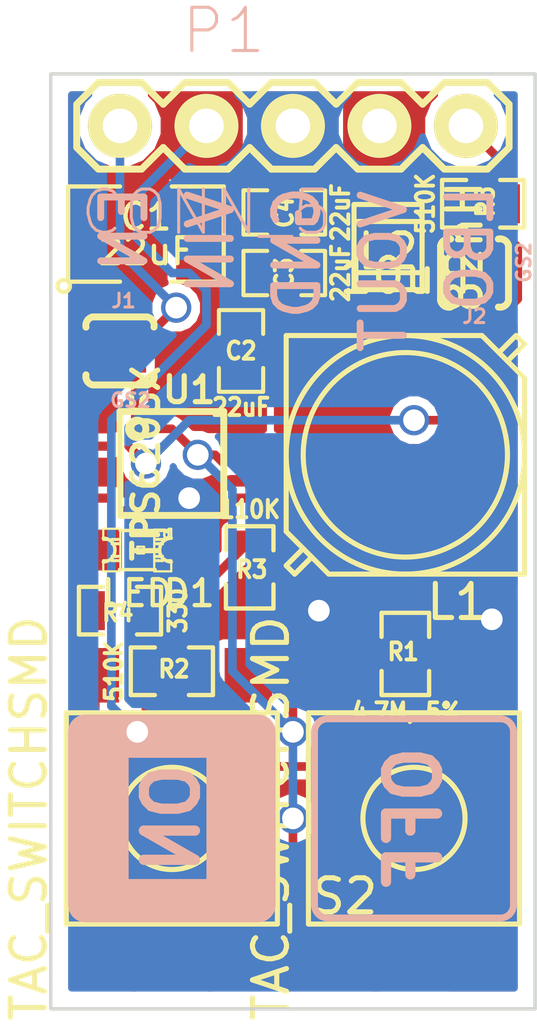
<source format=kicad_pcb>
(kicad_pcb (version 3) (host pcbnew "(2013-07-07 BZR 4022)-stable")

  (general
    (links 42)
    (no_connects 5)
    (area 117.145 48.34255 133.01345 79.941222)
    (thickness 1.6)
    (drawings 21)
    (tracks 124)
    (zones 0)
    (modules 18)
    (nets 10)
  )

  (page A3)
  (layers
    (15 F.Cu signal)
    (0 B.Cu signal)
    (16 B.Adhes user hide)
    (17 F.Adhes user hide)
    (18 B.Paste user hide)
    (19 F.Paste user hide)
    (20 B.SilkS user)
    (21 F.SilkS user)
    (22 B.Mask user)
    (23 F.Mask user)
    (24 Dwgs.User user hide)
    (25 Cmts.User user hide)
    (26 Eco1.User user hide)
    (27 Eco2.User user hide)
    (28 Edge.Cuts user)
  )

  (setup
    (last_trace_width 0.254)
    (user_trace_width 0.381)
    (user_trace_width 0.508)
    (user_trace_width 0.762)
    (user_trace_width 1.016)
    (user_trace_width 1.27)
    (user_trace_width 2.54)
    (trace_clearance 0.254)
    (zone_clearance 0.2032)
    (zone_45_only no)
    (trace_min 0.254)
    (segment_width 0.2)
    (edge_width 0.1)
    (via_size 0.889)
    (via_drill 0.635)
    (via_min_size 0.889)
    (via_min_drill 0.508)
    (uvia_size 0.508)
    (uvia_drill 0.127)
    (uvias_allowed no)
    (uvia_min_size 0.508)
    (uvia_min_drill 0.127)
    (pcb_text_width 0.3)
    (pcb_text_size 1.5 1.5)
    (mod_edge_width 0.15)
    (mod_text_size 1 1)
    (mod_text_width 0.15)
    (pad_size 1.8796 1.8796)
    (pad_drill 1.016)
    (pad_to_mask_clearance 0.00254)
    (solder_mask_min_width 0.00254)
    (aux_axis_origin 0 0)
    (visible_elements 7FFF7FFF)
    (pcbplotparams
      (layerselection 284196865)
      (usegerberextensions true)
      (excludeedgelayer true)
      (linewidth 0.150000)
      (plotframeref false)
      (viasonmask false)
      (mode 1)
      (useauxorigin false)
      (hpglpennumber 1)
      (hpglpenspeed 20)
      (hpglpendiameter 15)
      (hpglpenoverlay 2)
      (psnegative false)
      (psa4output false)
      (plotreference true)
      (plotvalue false)
      (plotothertext true)
      (plotinvisibletext false)
      (padsonsilk false)
      (subtractmaskfromsilk false)
      (outputformat 1)
      (mirror false)
      (drillshape 0)
      (scaleselection 1)
      (outputdirectory C:/Users/Kevin/Desktop/Gerbers/))
  )

  (net 0 "")
  (net 1 +BATT)
  (net 2 /EN)
  (net 3 /FB)
  (net 4 /LBI)
  (net 5 /LBO)
  (net 6 /SW)
  (net 7 /VOUT)
  (net 8 GND)
  (net 9 N-000004)

  (net_class Default "This is the default net class."
    (clearance 0.254)
    (trace_width 0.254)
    (via_dia 0.889)
    (via_drill 0.635)
    (uvia_dia 0.508)
    (uvia_drill 0.127)
    (add_net "")
    (add_net +BATT)
    (add_net /EN)
    (add_net /FB)
    (add_net /LBI)
    (add_net /LBO)
    (add_net /SW)
    (add_net /VOUT)
    (add_net GND)
    (add_net N-000004)
  )

  (module SparkFun-1X05 (layer F.Cu) (tedit 51EF25B7) (tstamp 51EE4130)
    (at 120.65 52.07)
    (path /51E33199)
    (attr virtual)
    (fp_text reference P1 (at 3.048 -2.794) (layer B.SilkS)
      (effects (font (size 1.27 1.27) (thickness 0.0889)))
    )
    (fp_text value CONN_5 (at 2.54 2.54) (layer B.SilkS)
      (effects (font (size 1.27 1.27) (thickness 0.0889)))
    )
    (fp_line (start 9.906 0.254) (end 10.414 0.254) (layer F.SilkS) (width 0.06604))
    (fp_line (start 10.414 0.254) (end 10.414 -0.254) (layer F.SilkS) (width 0.06604))
    (fp_line (start 9.906 -0.254) (end 10.414 -0.254) (layer F.SilkS) (width 0.06604))
    (fp_line (start 9.906 0.254) (end 9.906 -0.254) (layer F.SilkS) (width 0.06604))
    (fp_line (start 7.366 0.254) (end 7.874 0.254) (layer F.SilkS) (width 0.06604))
    (fp_line (start 7.874 0.254) (end 7.874 -0.254) (layer F.SilkS) (width 0.06604))
    (fp_line (start 7.366 -0.254) (end 7.874 -0.254) (layer F.SilkS) (width 0.06604))
    (fp_line (start 7.366 0.254) (end 7.366 -0.254) (layer F.SilkS) (width 0.06604))
    (fp_line (start 4.826 0.254) (end 5.334 0.254) (layer F.SilkS) (width 0.06604))
    (fp_line (start 5.334 0.254) (end 5.334 -0.254) (layer F.SilkS) (width 0.06604))
    (fp_line (start 4.826 -0.254) (end 5.334 -0.254) (layer F.SilkS) (width 0.06604))
    (fp_line (start 4.826 0.254) (end 4.826 -0.254) (layer F.SilkS) (width 0.06604))
    (fp_line (start 2.286 0.254) (end 2.794 0.254) (layer F.SilkS) (width 0.06604))
    (fp_line (start 2.794 0.254) (end 2.794 -0.254) (layer F.SilkS) (width 0.06604))
    (fp_line (start 2.286 -0.254) (end 2.794 -0.254) (layer F.SilkS) (width 0.06604))
    (fp_line (start 2.286 0.254) (end 2.286 -0.254) (layer F.SilkS) (width 0.06604))
    (fp_line (start -0.254 0.254) (end 0.254 0.254) (layer F.SilkS) (width 0.06604))
    (fp_line (start 0.254 0.254) (end 0.254 -0.254) (layer F.SilkS) (width 0.06604))
    (fp_line (start -0.254 -0.254) (end 0.254 -0.254) (layer F.SilkS) (width 0.06604))
    (fp_line (start -0.254 0.254) (end -0.254 -0.254) (layer F.SilkS) (width 0.06604))
    (fp_line (start 6.985 -1.27) (end 8.255 -1.27) (layer F.SilkS) (width 0.2032))
    (fp_line (start 8.255 -1.27) (end 8.89 -0.635) (layer F.SilkS) (width 0.2032))
    (fp_line (start 8.89 0.635) (end 8.255 1.27) (layer F.SilkS) (width 0.2032))
    (fp_line (start 8.89 -0.635) (end 9.525 -1.27) (layer F.SilkS) (width 0.2032))
    (fp_line (start 9.525 -1.27) (end 10.795 -1.27) (layer F.SilkS) (width 0.2032))
    (fp_line (start 10.795 -1.27) (end 11.43 -0.635) (layer F.SilkS) (width 0.2032))
    (fp_line (start 11.43 0.635) (end 10.795 1.27) (layer F.SilkS) (width 0.2032))
    (fp_line (start 10.795 1.27) (end 9.525 1.27) (layer F.SilkS) (width 0.2032))
    (fp_line (start 9.525 1.27) (end 8.89 0.635) (layer F.SilkS) (width 0.2032))
    (fp_line (start 3.81 -0.635) (end 4.445 -1.27) (layer F.SilkS) (width 0.2032))
    (fp_line (start 4.445 -1.27) (end 5.715 -1.27) (layer F.SilkS) (width 0.2032))
    (fp_line (start 5.715 -1.27) (end 6.35 -0.635) (layer F.SilkS) (width 0.2032))
    (fp_line (start 6.35 0.635) (end 5.715 1.27) (layer F.SilkS) (width 0.2032))
    (fp_line (start 5.715 1.27) (end 4.445 1.27) (layer F.SilkS) (width 0.2032))
    (fp_line (start 4.445 1.27) (end 3.81 0.635) (layer F.SilkS) (width 0.2032))
    (fp_line (start 6.985 -1.27) (end 6.35 -0.635) (layer F.SilkS) (width 0.2032))
    (fp_line (start 6.35 0.635) (end 6.985 1.27) (layer F.SilkS) (width 0.2032))
    (fp_line (start 8.255 1.27) (end 6.985 1.27) (layer F.SilkS) (width 0.2032))
    (fp_line (start -0.635 -1.27) (end 0.635 -1.27) (layer F.SilkS) (width 0.2032))
    (fp_line (start 0.635 -1.27) (end 1.27 -0.635) (layer F.SilkS) (width 0.2032))
    (fp_line (start 1.27 0.635) (end 0.635 1.27) (layer F.SilkS) (width 0.2032))
    (fp_line (start 1.27 -0.635) (end 1.905 -1.27) (layer F.SilkS) (width 0.2032))
    (fp_line (start 1.905 -1.27) (end 3.175 -1.27) (layer F.SilkS) (width 0.2032))
    (fp_line (start 3.175 -1.27) (end 3.81 -0.635) (layer F.SilkS) (width 0.2032))
    (fp_line (start 3.81 0.635) (end 3.175 1.27) (layer F.SilkS) (width 0.2032))
    (fp_line (start 3.175 1.27) (end 1.905 1.27) (layer F.SilkS) (width 0.2032))
    (fp_line (start 1.905 1.27) (end 1.27 0.635) (layer F.SilkS) (width 0.2032))
    (fp_line (start -1.27 -0.635) (end -1.27 0.635) (layer F.SilkS) (width 0.2032))
    (fp_line (start -0.635 -1.27) (end -1.27 -0.635) (layer F.SilkS) (width 0.2032))
    (fp_line (start -1.27 0.635) (end -0.635 1.27) (layer F.SilkS) (width 0.2032))
    (fp_line (start 0.635 1.27) (end -0.635 1.27) (layer F.SilkS) (width 0.2032))
    (fp_line (start 11.43 -0.635) (end 11.43 0.635) (layer F.SilkS) (width 0.2032))
    (pad 1 thru_hole circle (at 0 0) (size 1.8796 1.8796) (drill 1.016)
      (layers *.Cu *.Mask F.Paste F.SilkS)
      (net 2 /EN)
    )
    (pad 2 thru_hole circle (at 2.54 0) (size 1.8796 1.8796) (drill 1.016)
      (layers *.Cu *.Mask F.Paste F.SilkS)
      (net 1 +BATT)
    )
    (pad 3 thru_hole circle (at 5.08 0) (size 1.8796 1.8796) (drill 1.016)
      (layers *.Cu *.Mask F.Paste F.SilkS)
      (net 8 GND)
    )
    (pad 4 thru_hole circle (at 7.62 0) (size 1.8796 1.8796) (drill 1.016)
      (layers *.Cu *.Mask F.Paste F.SilkS)
      (net 7 /VOUT)
    )
    (pad 5 thru_hole circle (at 10.16 0) (size 1.8796 1.8796) (drill 1.016)
      (layers *.Cu *.Mask F.Paste F.SilkS)
      (net 5 /LBO)
    )
  )

  (module Alps_TACT_SKHM_Series (layer F.Cu) (tedit 51EF1DB7) (tstamp 51EE41EE)
    (at 129.286 72.39 270)
    (path /51EDEB7B)
    (fp_text reference S2 (at 2.286 2.032 360) (layer F.SilkS)
      (effects (font (size 1 1) (thickness 0.15)))
    )
    (fp_text value TAC_SWITCHSMD (at 0 4.2 270) (layer F.SilkS)
      (effects (font (size 1 1) (thickness 0.15)))
    )
    (fp_circle (center 0 0) (end 1.5 0) (layer F.SilkS) (width 0.15))
    (fp_line (start -3.1 -3.1) (end 3.1 -3.1) (layer F.SilkS) (width 0.15))
    (fp_line (start 3.1 -3.1) (end 3.1 3.1) (layer F.SilkS) (width 0.15))
    (fp_line (start 3.1 3.1) (end -3.1 3.1) (layer F.SilkS) (width 0.15))
    (fp_line (start -3.1 3.1) (end -3.1 -3.1) (layer F.SilkS) (width 0.15))
    (pad 2 smd rect (at 4.2 -2.25 270) (size 1.6 1.4)
      (layers F.Cu F.Paste F.Mask)
      (net 8 GND)
    )
    (pad 1 smd rect (at -4.2 -2.25 270) (size 1.6 1.4)
      (layers F.Cu F.Paste F.Mask)
      (net 8 GND)
    )
    (pad 3 smd rect (at -4.2 2.25 270) (size 1.6 1.4)
      (layers F.Cu F.Paste F.Mask)
      (net 2 /EN)
    )
    (pad 4 smd rect (at 4.2 2.25 270) (size 1.6 1.4)
      (layers F.Cu F.Paste F.Mask)
      (net 2 /EN)
    )
    (pad 5 smd rect (at 4.2 0 270) (size 1.6 1.4)
      (layers F.Cu F.Paste F.Mask)
    )
  )

  (module MSOP10-0.5 (layer F.Cu) (tedit 51EF1E92) (tstamp 51EEF4B9)
    (at 122.174 61.976 270)
    (descr "MSOP10 10pins pitch 0.5mm")
    (path /51E25A22)
    (attr smd)
    (fp_text reference U1 (at -2.159 -0.508 360) (layer F.SilkS)
      (effects (font (size 0.762 0.762) (thickness 0.1524)))
    )
    (fp_text value TPS6205X (at 0 0.762 270) (layer F.SilkS)
      (effects (font (size 0.762 0.762) (thickness 0.1524)))
    )
    (fp_circle (center -1.016 1.016) (end -1.016 0.762) (layer F.SilkS) (width 0.2032))
    (fp_line (start 1.524 1.524) (end -1.524 1.524) (layer F.SilkS) (width 0.2032))
    (fp_line (start -1.524 1.524) (end -1.524 -1.524) (layer F.SilkS) (width 0.2032))
    (fp_line (start -1.524 -1.524) (end 1.524 -1.524) (layer F.SilkS) (width 0.2032))
    (fp_line (start 1.524 -1.524) (end 1.524 1.524) (layer F.SilkS) (width 0.2032))
    (pad 1 smd rect (at -1.016 2.2225 270) (size 0.26924 1.00076)
      (layers F.Cu F.Paste F.Mask)
      (net 1 +BATT)
      (clearance 0.1524)
    )
    (pad 2 smd rect (at -0.508 2.2225 270) (size 0.26924 1.00076)
      (layers F.Cu F.Paste F.Mask)
      (net 5 /LBO)
      (clearance 0.1524)
    )
    (pad 3 smd rect (at 0 2.2225 270) (size 0.26924 1.00076)
      (layers F.Cu F.Paste F.Mask)
      (net 8 GND)
      (clearance 0.1524)
    )
    (pad 4 smd rect (at 0.508 2.2225 270) (size 0.26924 1.00076)
      (layers F.Cu F.Paste F.Mask)
      (net 8 GND)
      (clearance 0.1524)
    )
    (pad 5 smd rect (at 1.016 2.2225 270) (size 0.26924 1.00076)
      (layers F.Cu F.Paste F.Mask)
      (net 3 /FB)
      (clearance 0.1524)
    )
    (pad 6 smd rect (at 1.016 -2.2225 270) (size 0.26924 1.00076)
      (layers F.Cu F.Paste F.Mask)
      (net 4 /LBI)
      (clearance 0.1524)
    )
    (pad 7 smd rect (at 0.508 -2.2225 270) (size 0.26924 1.00076)
      (layers F.Cu F.Paste F.Mask)
      (net 8 GND)
      (clearance 0.1524)
    )
    (pad 8 smd rect (at 0 -2.2225 270) (size 0.26924 1.00076)
      (layers F.Cu F.Paste F.Mask)
      (net 2 /EN)
      (clearance 0.1524)
    )
    (pad 9 smd rect (at -0.508 -2.2225 270) (size 0.26924 1.00076)
      (layers F.Cu F.Paste F.Mask)
      (net 6 /SW)
      (clearance 0.1524)
    )
    (pad 10 smd rect (at -1.016 -2.2225 270) (size 0.26924 1.00076)
      (layers F.Cu F.Paste F.Mask)
      (net 8 GND)
      (clearance 0.1524)
    )
    (model smd\MSOP_10.wrl
      (at (xyz 0 0 0))
      (scale (xyz 0.3 0.35 0.3))
      (rotate (xyz 0 0 0))
    )
  )

  (module SM1210 (layer F.Cu) (tedit 51EEF4EA) (tstamp 51E32F42)
    (at 121.412 55.245)
    (tags "CMS SM")
    (path /51E31F90)
    (attr smd)
    (fp_text reference C1 (at 0 -0.508) (layer F.SilkS)
      (effects (font (size 0.762 0.762) (thickness 0.127)))
    )
    (fp_text value 22uF (at 0 0.508) (layer F.SilkS)
      (effects (font (size 0.762 0.762) (thickness 0.127)))
    )
    (fp_circle (center -2.413 1.524) (end -2.286 1.397) (layer F.SilkS) (width 0.127))
    (fp_line (start -0.762 -1.397) (end -2.286 -1.397) (layer F.SilkS) (width 0.127))
    (fp_line (start -2.286 -1.397) (end -2.286 1.397) (layer F.SilkS) (width 0.127))
    (fp_line (start -2.286 1.397) (end -0.762 1.397) (layer F.SilkS) (width 0.127))
    (fp_line (start 0.762 1.397) (end 2.286 1.397) (layer F.SilkS) (width 0.127))
    (fp_line (start 2.286 1.397) (end 2.286 -1.397) (layer F.SilkS) (width 0.127))
    (fp_line (start 2.286 -1.397) (end 0.762 -1.397) (layer F.SilkS) (width 0.127))
    (pad 1 smd rect (at -1.524 0) (size 1.27 2.54)
      (layers F.Cu F.Paste F.Mask)
      (net 1 +BATT)
    )
    (pad 2 smd rect (at 1.524 0) (size 1.27 2.54)
      (layers F.Cu F.Paste F.Mask)
      (net 8 GND)
    )
    (model smd/chip_cms.wrl
      (at (xyz 0 0 0))
      (scale (xyz 0.17 0.2 0.17))
      (rotate (xyz 0 0 0))
    )
  )

  (module SM0603_Resistor (layer F.Cu) (tedit 5051B21B) (tstamp 51EE413C)
    (at 129.032 67.564 90)
    (path /51E33412)
    (attr smd)
    (fp_text reference R1 (at 0.0635 -0.0635 180) (layer F.SilkS)
      (effects (font (size 0.50038 0.4572) (thickness 0.1143)))
    )
    (fp_text value "4.7M, 5%" (at -1.69926 0 180) (layer F.SilkS)
      (effects (font (size 0.508 0.4572) (thickness 0.1143)))
    )
    (fp_line (start -0.50038 -0.6985) (end -1.2065 -0.6985) (layer F.SilkS) (width 0.127))
    (fp_line (start -1.2065 -0.6985) (end -1.2065 0.6985) (layer F.SilkS) (width 0.127))
    (fp_line (start -1.2065 0.6985) (end -0.50038 0.6985) (layer F.SilkS) (width 0.127))
    (fp_line (start 1.2065 -0.6985) (end 0.50038 -0.6985) (layer F.SilkS) (width 0.127))
    (fp_line (start 1.2065 -0.6985) (end 1.2065 0.6985) (layer F.SilkS) (width 0.127))
    (fp_line (start 1.2065 0.6985) (end 0.50038 0.6985) (layer F.SilkS) (width 0.127))
    (pad 1 smd rect (at -0.762 0 90) (size 0.635 1.143)
      (layers F.Cu F.Paste F.Mask)
      (net 2 /EN)
    )
    (pad 2 smd rect (at 0.762 0 90) (size 0.635 1.143)
      (layers F.Cu F.Paste F.Mask)
      (net 8 GND)
    )
    (model smd\resistors\R0603.wrl
      (at (xyz 0 0 0.001))
      (scale (xyz 0.5 0.5 0.5))
      (rotate (xyz 0 0 0))
    )
  )

  (module SM0603_Resistor (layer F.Cu) (tedit 51EEDA75) (tstamp 51EE4148)
    (at 122.174 68.072)
    (path /51E34620)
    (attr smd)
    (fp_text reference R2 (at 0.0635 -0.0635) (layer F.SilkS)
      (effects (font (size 0.50038 0.4572) (thickness 0.1143)))
    )
    (fp_text value 510K (at -1.69926 0 90) (layer F.SilkS)
      (effects (font (size 0.508 0.4572) (thickness 0.1143)))
    )
    (fp_line (start -0.50038 -0.6985) (end -1.2065 -0.6985) (layer F.SilkS) (width 0.127))
    (fp_line (start -1.2065 -0.6985) (end -1.2065 0.6985) (layer F.SilkS) (width 0.127))
    (fp_line (start -1.2065 0.6985) (end -0.50038 0.6985) (layer F.SilkS) (width 0.127))
    (fp_line (start 1.2065 -0.6985) (end 0.50038 -0.6985) (layer F.SilkS) (width 0.127))
    (fp_line (start 1.2065 -0.6985) (end 1.2065 0.6985) (layer F.SilkS) (width 0.127))
    (fp_line (start 1.2065 0.6985) (end 0.50038 0.6985) (layer F.SilkS) (width 0.127))
    (pad 1 smd rect (at -0.762 0) (size 0.635 1.143)
      (layers F.Cu F.Paste F.Mask)
      (net 1 +BATT)
    )
    (pad 2 smd rect (at 0.762 0) (size 0.635 1.143)
      (layers F.Cu F.Paste F.Mask)
      (net 4 /LBI)
    )
    (model smd\resistors\R0603.wrl
      (at (xyz 0 0 0.001))
      (scale (xyz 0.5 0.5 0.5))
      (rotate (xyz 0 0 0))
    )
  )

  (module SM0603_Resistor (layer F.Cu) (tedit 5051B21B) (tstamp 51EE4154)
    (at 124.46 65.024 270)
    (path /51E34626)
    (attr smd)
    (fp_text reference R3 (at 0.0635 -0.0635 360) (layer F.SilkS)
      (effects (font (size 0.50038 0.4572) (thickness 0.1143)))
    )
    (fp_text value 110K (at -1.69926 0 360) (layer F.SilkS)
      (effects (font (size 0.508 0.4572) (thickness 0.1143)))
    )
    (fp_line (start -0.50038 -0.6985) (end -1.2065 -0.6985) (layer F.SilkS) (width 0.127))
    (fp_line (start -1.2065 -0.6985) (end -1.2065 0.6985) (layer F.SilkS) (width 0.127))
    (fp_line (start -1.2065 0.6985) (end -0.50038 0.6985) (layer F.SilkS) (width 0.127))
    (fp_line (start 1.2065 -0.6985) (end 0.50038 -0.6985) (layer F.SilkS) (width 0.127))
    (fp_line (start 1.2065 -0.6985) (end 1.2065 0.6985) (layer F.SilkS) (width 0.127))
    (fp_line (start 1.2065 0.6985) (end 0.50038 0.6985) (layer F.SilkS) (width 0.127))
    (pad 1 smd rect (at -0.762 0 270) (size 0.635 1.143)
      (layers F.Cu F.Paste F.Mask)
      (net 4 /LBI)
    )
    (pad 2 smd rect (at 0.762 0 270) (size 0.635 1.143)
      (layers F.Cu F.Paste F.Mask)
      (net 8 GND)
    )
    (model smd\resistors\R0603.wrl
      (at (xyz 0 0 0.001))
      (scale (xyz 0.5 0.5 0.5))
      (rotate (xyz 0 0 0))
    )
  )

  (module SM0603_Resistor (layer F.Cu) (tedit 51EEE93D) (tstamp 51EEE80B)
    (at 120.65 66.294 180)
    (path /51E34F4A)
    (attr smd)
    (fp_text reference R4 (at 0.0635 -0.0635 180) (layer F.SilkS)
      (effects (font (size 0.50038 0.4572) (thickness 0.1143)))
    )
    (fp_text value 330 (at -1.69926 0 270) (layer F.SilkS)
      (effects (font (size 0.508 0.4572) (thickness 0.1143)))
    )
    (fp_line (start -0.50038 -0.6985) (end -1.2065 -0.6985) (layer F.SilkS) (width 0.127))
    (fp_line (start -1.2065 -0.6985) (end -1.2065 0.6985) (layer F.SilkS) (width 0.127))
    (fp_line (start -1.2065 0.6985) (end -0.50038 0.6985) (layer F.SilkS) (width 0.127))
    (fp_line (start 1.2065 -0.6985) (end 0.50038 -0.6985) (layer F.SilkS) (width 0.127))
    (fp_line (start 1.2065 -0.6985) (end 1.2065 0.6985) (layer F.SilkS) (width 0.127))
    (fp_line (start 1.2065 0.6985) (end 0.50038 0.6985) (layer F.SilkS) (width 0.127))
    (pad 1 smd rect (at -0.762 0 180) (size 0.635 1.143)
      (layers F.Cu F.Paste F.Mask)
      (net 3 /FB)
    )
    (pad 2 smd rect (at 0.762 0 180) (size 0.635 1.143)
      (layers F.Cu F.Paste F.Mask)
      (net 9 N-000004)
    )
    (model smd\resistors\R0603.wrl
      (at (xyz 0 0 0.001))
      (scale (xyz 0.5 0.5 0.5))
      (rotate (xyz 0 0 0))
    )
  )

  (module SM0603_Capa (layer F.Cu) (tedit 5051B1EC) (tstamp 51EE416C)
    (at 124.206 58.674 90)
    (path /51E3301B)
    (attr smd)
    (fp_text reference C2 (at 0 0 180) (layer F.SilkS)
      (effects (font (size 0.508 0.4572) (thickness 0.1143)))
    )
    (fp_text value 22uF (at -1.651 0 180) (layer F.SilkS)
      (effects (font (size 0.508 0.4572) (thickness 0.1143)))
    )
    (fp_line (start 0.50038 0.65024) (end 1.19888 0.65024) (layer F.SilkS) (width 0.11938))
    (fp_line (start -0.50038 0.65024) (end -1.19888 0.65024) (layer F.SilkS) (width 0.11938))
    (fp_line (start 0.50038 -0.65024) (end 1.19888 -0.65024) (layer F.SilkS) (width 0.11938))
    (fp_line (start -1.19888 -0.65024) (end -0.50038 -0.65024) (layer F.SilkS) (width 0.11938))
    (fp_line (start 1.19888 -0.635) (end 1.19888 0.635) (layer F.SilkS) (width 0.11938))
    (fp_line (start -1.19888 0.635) (end -1.19888 -0.635) (layer F.SilkS) (width 0.11938))
    (pad 1 smd rect (at -0.762 0 90) (size 0.635 1.143)
      (layers F.Cu F.Paste F.Mask)
      (net 3 /FB)
    )
    (pad 2 smd rect (at 0.762 0 90) (size 0.635 1.143)
      (layers F.Cu F.Paste F.Mask)
      (net 8 GND)
    )
    (model smd\capacitors\C0603.wrl
      (at (xyz 0 0 0.001))
      (scale (xyz 0.5 0.5 0.5))
      (rotate (xyz 0 0 0))
    )
  )

  (module SM0603_Capa (layer F.Cu) (tedit 51EECDD9) (tstamp 51EE4178)
    (at 125.476 56.388 180)
    (path /51E6F3B6)
    (attr smd)
    (fp_text reference C3 (at 0 0 270) (layer F.SilkS)
      (effects (font (size 0.508 0.4572) (thickness 0.1143)))
    )
    (fp_text value 22uF (at -1.651 0 270) (layer F.SilkS)
      (effects (font (size 0.508 0.4572) (thickness 0.1143)))
    )
    (fp_line (start 0.50038 0.65024) (end 1.19888 0.65024) (layer F.SilkS) (width 0.11938))
    (fp_line (start -0.50038 0.65024) (end -1.19888 0.65024) (layer F.SilkS) (width 0.11938))
    (fp_line (start 0.50038 -0.65024) (end 1.19888 -0.65024) (layer F.SilkS) (width 0.11938))
    (fp_line (start -1.19888 -0.65024) (end -0.50038 -0.65024) (layer F.SilkS) (width 0.11938))
    (fp_line (start 1.19888 -0.635) (end 1.19888 0.635) (layer F.SilkS) (width 0.11938))
    (fp_line (start -1.19888 0.635) (end -1.19888 -0.635) (layer F.SilkS) (width 0.11938))
    (pad 1 smd rect (at -0.762 0 180) (size 0.635 1.143)
      (layers F.Cu F.Paste F.Mask)
      (net 7 /VOUT)
    )
    (pad 2 smd rect (at 0.762 0 180) (size 0.635 1.143)
      (layers F.Cu F.Paste F.Mask)
      (net 8 GND)
    )
    (model smd\capacitors\C0603.wrl
      (at (xyz 0 0 0.001))
      (scale (xyz 0.5 0.5 0.5))
      (rotate (xyz 0 0 0))
    )
  )

  (module SM0603_Capa (layer F.Cu) (tedit 5051B1EC) (tstamp 51EE4184)
    (at 125.476 54.61 180)
    (path /51EE3CFB)
    (attr smd)
    (fp_text reference C4 (at 0 0 270) (layer F.SilkS)
      (effects (font (size 0.508 0.4572) (thickness 0.1143)))
    )
    (fp_text value 22uF (at -1.651 0 270) (layer F.SilkS)
      (effects (font (size 0.508 0.4572) (thickness 0.1143)))
    )
    (fp_line (start 0.50038 0.65024) (end 1.19888 0.65024) (layer F.SilkS) (width 0.11938))
    (fp_line (start -0.50038 0.65024) (end -1.19888 0.65024) (layer F.SilkS) (width 0.11938))
    (fp_line (start 0.50038 -0.65024) (end 1.19888 -0.65024) (layer F.SilkS) (width 0.11938))
    (fp_line (start -1.19888 -0.65024) (end -0.50038 -0.65024) (layer F.SilkS) (width 0.11938))
    (fp_line (start 1.19888 -0.635) (end 1.19888 0.635) (layer F.SilkS) (width 0.11938))
    (fp_line (start -1.19888 0.635) (end -1.19888 -0.635) (layer F.SilkS) (width 0.11938))
    (pad 1 smd rect (at -0.762 0 180) (size 0.635 1.143)
      (layers F.Cu F.Paste F.Mask)
      (net 7 /VOUT)
    )
    (pad 2 smd rect (at 0.762 0 180) (size 0.635 1.143)
      (layers F.Cu F.Paste F.Mask)
      (net 8 GND)
    )
    (model smd\capacitors\C0603.wrl
      (at (xyz 0 0 0.001))
      (scale (xyz 0.5 0.5 0.5))
      (rotate (xyz 0 0 0))
    )
  )

  (module LED-0805 (layer F.Cu) (tedit 51EF1D68) (tstamp 51EE41BF)
    (at 121.158 64.516)
    (descr "LED 0805 smd package")
    (tags "LED 0805 SMD")
    (path /51E34F3D)
    (attr smd)
    (fp_text reference D1 (at 1.524 1.27) (layer F.SilkS)
      (effects (font (size 0.762 0.762) (thickness 0.127)))
    )
    (fp_text value LED (at 0 1.27) (layer F.SilkS)
      (effects (font (size 0.762 0.762) (thickness 0.127)))
    )
    (fp_line (start 0.49784 0.29972) (end 0.49784 0.62484) (layer F.SilkS) (width 0.06604))
    (fp_line (start 0.49784 0.62484) (end 0.99822 0.62484) (layer F.SilkS) (width 0.06604))
    (fp_line (start 0.99822 0.29972) (end 0.99822 0.62484) (layer F.SilkS) (width 0.06604))
    (fp_line (start 0.49784 0.29972) (end 0.99822 0.29972) (layer F.SilkS) (width 0.06604))
    (fp_line (start 0.49784 -0.32258) (end 0.49784 -0.17272) (layer F.SilkS) (width 0.06604))
    (fp_line (start 0.49784 -0.17272) (end 0.7493 -0.17272) (layer F.SilkS) (width 0.06604))
    (fp_line (start 0.7493 -0.32258) (end 0.7493 -0.17272) (layer F.SilkS) (width 0.06604))
    (fp_line (start 0.49784 -0.32258) (end 0.7493 -0.32258) (layer F.SilkS) (width 0.06604))
    (fp_line (start 0.49784 0.17272) (end 0.49784 0.32258) (layer F.SilkS) (width 0.06604))
    (fp_line (start 0.49784 0.32258) (end 0.7493 0.32258) (layer F.SilkS) (width 0.06604))
    (fp_line (start 0.7493 0.17272) (end 0.7493 0.32258) (layer F.SilkS) (width 0.06604))
    (fp_line (start 0.49784 0.17272) (end 0.7493 0.17272) (layer F.SilkS) (width 0.06604))
    (fp_line (start 0.49784 -0.19812) (end 0.49784 0.19812) (layer F.SilkS) (width 0.06604))
    (fp_line (start 0.49784 0.19812) (end 0.6731 0.19812) (layer F.SilkS) (width 0.06604))
    (fp_line (start 0.6731 -0.19812) (end 0.6731 0.19812) (layer F.SilkS) (width 0.06604))
    (fp_line (start 0.49784 -0.19812) (end 0.6731 -0.19812) (layer F.SilkS) (width 0.06604))
    (fp_line (start -0.99822 0.29972) (end -0.99822 0.62484) (layer F.SilkS) (width 0.06604))
    (fp_line (start -0.99822 0.62484) (end -0.49784 0.62484) (layer F.SilkS) (width 0.06604))
    (fp_line (start -0.49784 0.29972) (end -0.49784 0.62484) (layer F.SilkS) (width 0.06604))
    (fp_line (start -0.99822 0.29972) (end -0.49784 0.29972) (layer F.SilkS) (width 0.06604))
    (fp_line (start -0.99822 -0.62484) (end -0.99822 -0.29972) (layer F.SilkS) (width 0.06604))
    (fp_line (start -0.99822 -0.29972) (end -0.49784 -0.29972) (layer F.SilkS) (width 0.06604))
    (fp_line (start -0.49784 -0.62484) (end -0.49784 -0.29972) (layer F.SilkS) (width 0.06604))
    (fp_line (start -0.99822 -0.62484) (end -0.49784 -0.62484) (layer F.SilkS) (width 0.06604))
    (fp_line (start -0.7493 0.17272) (end -0.7493 0.32258) (layer F.SilkS) (width 0.06604))
    (fp_line (start -0.7493 0.32258) (end -0.49784 0.32258) (layer F.SilkS) (width 0.06604))
    (fp_line (start -0.49784 0.17272) (end -0.49784 0.32258) (layer F.SilkS) (width 0.06604))
    (fp_line (start -0.7493 0.17272) (end -0.49784 0.17272) (layer F.SilkS) (width 0.06604))
    (fp_line (start -0.7493 -0.32258) (end -0.7493 -0.17272) (layer F.SilkS) (width 0.06604))
    (fp_line (start -0.7493 -0.17272) (end -0.49784 -0.17272) (layer F.SilkS) (width 0.06604))
    (fp_line (start -0.49784 -0.32258) (end -0.49784 -0.17272) (layer F.SilkS) (width 0.06604))
    (fp_line (start -0.7493 -0.32258) (end -0.49784 -0.32258) (layer F.SilkS) (width 0.06604))
    (fp_line (start -0.6731 -0.19812) (end -0.6731 0.19812) (layer F.SilkS) (width 0.06604))
    (fp_line (start -0.6731 0.19812) (end -0.49784 0.19812) (layer F.SilkS) (width 0.06604))
    (fp_line (start -0.49784 -0.19812) (end -0.49784 0.19812) (layer F.SilkS) (width 0.06604))
    (fp_line (start -0.6731 -0.19812) (end -0.49784 -0.19812) (layer F.SilkS) (width 0.06604))
    (fp_line (start 0 -0.09906) (end 0 0.09906) (layer F.SilkS) (width 0.06604))
    (fp_line (start 0 0.09906) (end 0.19812 0.09906) (layer F.SilkS) (width 0.06604))
    (fp_line (start 0.19812 -0.09906) (end 0.19812 0.09906) (layer F.SilkS) (width 0.06604))
    (fp_line (start 0 -0.09906) (end 0.19812 -0.09906) (layer F.SilkS) (width 0.06604))
    (fp_line (start 0.49784 -0.59944) (end 0.49784 -0.29972) (layer F.SilkS) (width 0.06604))
    (fp_line (start 0.49784 -0.29972) (end 0.79756 -0.29972) (layer F.SilkS) (width 0.06604))
    (fp_line (start 0.79756 -0.59944) (end 0.79756 -0.29972) (layer F.SilkS) (width 0.06604))
    (fp_line (start 0.49784 -0.59944) (end 0.79756 -0.59944) (layer F.SilkS) (width 0.06604))
    (fp_line (start 0.92456 -0.62484) (end 0.92456 -0.39878) (layer F.SilkS) (width 0.06604))
    (fp_line (start 0.92456 -0.39878) (end 0.99822 -0.39878) (layer F.SilkS) (width 0.06604))
    (fp_line (start 0.99822 -0.62484) (end 0.99822 -0.39878) (layer F.SilkS) (width 0.06604))
    (fp_line (start 0.92456 -0.62484) (end 0.99822 -0.62484) (layer F.SilkS) (width 0.06604))
    (fp_line (start 0.52324 0.57404) (end -0.52324 0.57404) (layer F.SilkS) (width 0.1016))
    (fp_line (start -0.49784 -0.57404) (end 0.92456 -0.57404) (layer F.SilkS) (width 0.1016))
    (fp_circle (center 0.84836 -0.44958) (end 0.89916 -0.50038) (layer F.SilkS) (width 0.0508))
    (fp_arc (start 0.99822 0) (end 0.99822 0.34798) (angle 180) (layer F.SilkS) (width 0.1016))
    (fp_arc (start -0.99822 0) (end -0.99822 -0.34798) (angle 180) (layer F.SilkS) (width 0.1016))
    (pad 1 smd rect (at -1.04902 0) (size 1.19888 1.19888)
      (layers F.Cu F.Paste F.Mask)
      (net 9 N-000004)
    )
    (pad 2 smd rect (at 1.04902 0) (size 1.19888 1.19888)
      (layers F.Cu F.Paste F.Mask)
      (net 8 GND)
    )
  )

  (module Bourns_SRR7032 (layer F.Cu) (tedit 51EF1DA0) (tstamp 51EE41D4)
    (at 129.032 61.722 180)
    (path /51E32405)
    (fp_text reference L1 (at -1.524 -4.318 180) (layer F.SilkS)
      (effects (font (size 1 1) (thickness 0.15)))
    )
    (fp_text value 10uH (at 0 5.25 180) (layer F.SilkS)
      (effects (font (size 1 1) (thickness 0.15)))
    )
    (fp_line (start -3 2.75) (end -3.5 3.25) (layer F.SilkS) (width 0.15))
    (fp_line (start -3.5 3.25) (end -3.25 3.5) (layer F.SilkS) (width 0.15))
    (fp_line (start -3.25 3.5) (end -2.75 3) (layer F.SilkS) (width 0.15))
    (fp_line (start 3.25 -3.5) (end 2.75 -3) (layer F.SilkS) (width 0.15))
    (fp_line (start 2.75 -3) (end 3.25 -3.5) (layer F.SilkS) (width 0.15))
    (fp_line (start 3.25 -3.5) (end 3.5 -3.25) (layer F.SilkS) (width 0.15))
    (fp_line (start 3.5 -3.25) (end 3 -2.75) (layer F.SilkS) (width 0.15))
    (fp_circle (center 0 0) (end 3 0) (layer F.SilkS) (width 0.15))
    (fp_line (start 3.5 -2.25) (end 3.5 3.5) (layer F.SilkS) (width 0.15))
    (fp_line (start -3.5 -3.5) (end 2.25 -3.5) (layer F.SilkS) (width 0.15))
    (fp_line (start 2.25 -3.5) (end 3.5 -2.25) (layer F.SilkS) (width 0.15))
    (fp_line (start -3.5 2.25) (end -2.25 3.5) (layer F.SilkS) (width 0.15))
    (fp_line (start -2.25 3.5) (end 3.5 3.5) (layer F.SilkS) (width 0.15))
    (fp_line (start -3.5 2.25) (end -3.5 -3.5) (layer F.SilkS) (width 0.15))
    (fp_circle (center 0 0) (end 3.5 0) (layer F.SilkS) (width 0.15))
    (pad 1 smd rect (at 0 -3 180) (size 2.4 1.8)
      (layers F.Cu F.Paste F.Mask)
      (net 6 /SW)
    )
    (pad 2 smd rect (at 0 3 180) (size 2.4 1.8)
      (layers F.Cu F.Paste F.Mask)
      (net 3 /FB)
    )
  )

  (module Bourns_PM1008 (layer F.Cu) (tedit 51EF1DEE) (tstamp 51EE41E0)
    (at 128.524 55.626 90)
    (path /51E6F3B0)
    (fp_text reference L2 (at -0.127 0 180) (layer F.SilkS)
      (effects (font (size 1 1) (thickness 0.15)))
    )
    (fp_text value 82nH (at 0 2.25 90) (layer F.SilkS)
      (effects (font (size 1 1) (thickness 0.15)))
    )
    (fp_line (start -0.75 1) (end -0.75 -1) (layer F.SilkS) (width 0.15))
    (fp_line (start 0.75 -1) (end 0.75 1) (layer F.SilkS) (width 0.15))
    (fp_line (start 1.25 -1) (end 1.25 1) (layer F.SilkS) (width 0.15))
    (fp_line (start 1.25 1) (end -1.25 1) (layer F.SilkS) (width 0.15))
    (fp_line (start -1.25 1) (end -1.25 -1) (layer F.SilkS) (width 0.15))
    (fp_line (start -1.25 -1) (end 1.25 -1) (layer F.SilkS) (width 0.15))
    (pad 1 smd rect (at -1.2 0 90) (size 0.62 2.3)
      (layers F.Cu F.Paste F.Mask)
      (net 3 /FB)
    )
    (pad 2 smd rect (at 1.2 0 90) (size 0.62 2.3)
      (layers F.Cu F.Paste F.Mask)
      (net 7 /VOUT)
    )
  )

  (module Alps_TACT_SKHM_Series (layer F.Cu) (tedit 51EF1DBA) (tstamp 51EE41FC)
    (at 122.174 72.39 270)
    (path /51EDEB95)
    (fp_text reference S1 (at 2.286 2.032 360) (layer F.SilkS)
      (effects (font (size 1 1) (thickness 0.15)))
    )
    (fp_text value TAC_SWITCHSMD (at 0 4.2 270) (layer F.SilkS)
      (effects (font (size 1 1) (thickness 0.15)))
    )
    (fp_circle (center 0 0) (end 1.5 0) (layer F.SilkS) (width 0.15))
    (fp_line (start -3.1 -3.1) (end 3.1 -3.1) (layer F.SilkS) (width 0.15))
    (fp_line (start 3.1 -3.1) (end 3.1 3.1) (layer F.SilkS) (width 0.15))
    (fp_line (start 3.1 3.1) (end -3.1 3.1) (layer F.SilkS) (width 0.15))
    (fp_line (start -3.1 3.1) (end -3.1 -3.1) (layer F.SilkS) (width 0.15))
    (pad 2 smd rect (at 4.2 -2.25 270) (size 1.6 1.4)
      (layers F.Cu F.Paste F.Mask)
      (net 2 /EN)
    )
    (pad 1 smd rect (at -4.2 -2.25 270) (size 1.6 1.4)
      (layers F.Cu F.Paste F.Mask)
      (net 2 /EN)
    )
    (pad 3 smd rect (at -4.2 2.25 270) (size 1.6 1.4)
      (layers F.Cu F.Paste F.Mask)
      (net 1 +BATT)
    )
    (pad 4 smd rect (at 4.2 2.25 270) (size 1.6 1.4)
      (layers F.Cu F.Paste F.Mask)
      (net 1 +BATT)
    )
    (pad 5 smd rect (at 4.2 0 270) (size 1.6 1.4)
      (layers F.Cu F.Paste F.Mask)
    )
  )

  (module SM0603_Resistor (layer F.Cu) (tedit 5051B21B) (tstamp 51EE50CF)
    (at 131.318 54.356)
    (path /51EE4D9A)
    (attr smd)
    (fp_text reference R5 (at 0.0635 -0.0635 90) (layer F.SilkS)
      (effects (font (size 0.50038 0.4572) (thickness 0.1143)))
    )
    (fp_text value 510K (at -1.69926 0 90) (layer F.SilkS)
      (effects (font (size 0.508 0.4572) (thickness 0.1143)))
    )
    (fp_line (start -0.50038 -0.6985) (end -1.2065 -0.6985) (layer F.SilkS) (width 0.127))
    (fp_line (start -1.2065 -0.6985) (end -1.2065 0.6985) (layer F.SilkS) (width 0.127))
    (fp_line (start -1.2065 0.6985) (end -0.50038 0.6985) (layer F.SilkS) (width 0.127))
    (fp_line (start 1.2065 -0.6985) (end 0.50038 -0.6985) (layer F.SilkS) (width 0.127))
    (fp_line (start 1.2065 -0.6985) (end 1.2065 0.6985) (layer F.SilkS) (width 0.127))
    (fp_line (start 1.2065 0.6985) (end 0.50038 0.6985) (layer F.SilkS) (width 0.127))
    (pad 1 smd rect (at -0.762 0) (size 0.635 1.143)
      (layers F.Cu F.Paste F.Mask)
      (net 7 /VOUT)
    )
    (pad 2 smd rect (at 0.762 0) (size 0.635 1.143)
      (layers F.Cu F.Paste F.Mask)
      (net 5 /LBO)
    )
    (model smd\resistors\R0603.wrl
      (at (xyz 0 0 0.001))
      (scale (xyz 0.5 0.5 0.5))
      (rotate (xyz 0 0 0))
    )
  )

  (module SparkFun-SJ_2S-NO (layer F.Cu) (tedit 51EF1EB8) (tstamp 51EE40F3)
    (at 131.064 56.388 90)
    (descr "SMALL SOLDER JUMPER WITH NO PASTE LAYER SO IT WILL OPEN AFTER REFLOW.")
    (tags "SMALL SOLDER JUMPER WITH NO PASTE LAYER SO IT WILL OPEN AFTER REFLOW.")
    (path /51E6F548)
    (attr smd)
    (fp_text reference J2 (at -1.27 0 180) (layer B.SilkS)
      (effects (font (size 0.4064 0.4064) (thickness 0.0889)))
    )
    (fp_text value GS2 (at 0.30988 1.4478 90) (layer B.SilkS)
      (effects (font (size 0.4064 0.4064) (thickness 0.0889)))
    )
    (fp_line (start 0.79756 0.99822) (end -0.79756 0.99822) (layer F.SilkS) (width 0.2032))
    (fp_line (start -0.79756 -0.99822) (end 0.79756 -0.99822) (layer F.SilkS) (width 0.2032))
    (fp_arc (start 0.7493 -0.7493) (end 0.79756 -0.99822) (angle 90) (layer F.SilkS) (width 0.2032))
    (fp_arc (start -0.7493 -0.7493) (end -0.99822 -0.6985) (angle 90) (layer F.SilkS) (width 0.2032))
    (fp_arc (start -0.7493 0.7493) (end -0.79756 0.99822) (angle 90) (layer F.SilkS) (width 0.2032))
    (fp_arc (start 0.7493 0.7493) (end 0.99822 0.6985) (angle 90) (layer F.SilkS) (width 0.2032))
    (pad 1 smd rect (at -0.44958 0 90) (size 0.635 1.27)
      (layers F.Cu F.Paste F.Mask)
      (net 3 /FB)
    )
    (pad 2 smd rect (at 0.44958 0 90) (size 0.635 1.27)
      (layers F.Cu F.Paste F.Mask)
      (net 7 /VOUT)
    )
  )

  (module SparkFun-SJ_2S-NO (layer F.Cu) (tedit 200000) (tstamp 51E32F51)
    (at 120.65 58.674)
    (descr "SMALL SOLDER JUMPER WITH NO PASTE LAYER SO IT WILL OPEN AFTER REFLOW.")
    (tags "SMALL SOLDER JUMPER WITH NO PASTE LAYER SO IT WILL OPEN AFTER REFLOW.")
    (path /51E33527)
    (attr smd)
    (fp_text reference J1 (at 0.10668 -1.4732) (layer B.SilkS)
      (effects (font (size 0.4064 0.4064) (thickness 0.0889)))
    )
    (fp_text value GS2 (at 0.30988 1.4478) (layer B.SilkS)
      (effects (font (size 0.4064 0.4064) (thickness 0.0889)))
    )
    (fp_line (start 0.79756 0.99822) (end -0.79756 0.99822) (layer F.SilkS) (width 0.2032))
    (fp_line (start -0.79756 -0.99822) (end 0.79756 -0.99822) (layer F.SilkS) (width 0.2032))
    (fp_arc (start 0.7493 -0.7493) (end 0.79756 -0.99822) (angle 90) (layer F.SilkS) (width 0.2032))
    (fp_arc (start -0.7493 -0.7493) (end -0.99822 -0.6985) (angle 90) (layer F.SilkS) (width 0.2032))
    (fp_arc (start -0.7493 0.7493) (end -0.79756 0.99822) (angle 90) (layer F.SilkS) (width 0.2032))
    (fp_arc (start 0.7493 0.7493) (end 0.99822 0.6985) (angle 90) (layer F.SilkS) (width 0.2032))
    (pad 1 smd rect (at -0.44958 0) (size 0.635 1.27)
      (layers F.Cu F.Paste F.Mask)
      (net 1 +BATT)
    )
    (pad 2 smd rect (at 0.44958 0) (size 0.635 1.27)
      (layers F.Cu F.Paste F.Mask)
      (net 2 /EN)
    )
  )

  (gr_line (start 131.826 69.469) (end 126.746 69.469) (angle 90) (layer B.SilkS) (width 0.2))
  (gr_line (start 132.207 74.93) (end 132.207 69.85) (angle 90) (layer B.SilkS) (width 0.2))
  (gr_line (start 126.746 75.311) (end 131.826 75.311) (angle 90) (layer B.SilkS) (width 0.2))
  (gr_line (start 126.365 69.85) (end 126.365 74.93) (angle 90) (layer B.SilkS) (width 0.2))
  (gr_arc (start 126.746 74.93) (end 126.746 75.311) (angle 90) (layer B.SilkS) (width 0.2))
  (gr_arc (start 126.746 69.85) (end 126.365 69.85) (angle 90) (layer B.SilkS) (width 0.2))
  (gr_arc (start 131.826 69.85) (end 131.826 69.469) (angle 90) (layer B.SilkS) (width 0.2))
  (gr_arc (start 131.826 74.93) (end 132.207 74.93) (angle 90) (layer B.SilkS) (width 0.2))
  (gr_text ON (at 122.174 72.39 90) (layer B.SilkS)
    (effects (font (size 1.5 1.5) (thickness 0.3)) (justify mirror))
  )
  (gr_text OFF (at 129.286 72.39 90) (layer B.SilkS)
    (effects (font (size 1.5 1.5) (thickness 0.3)) (justify mirror))
  )
  (gr_text LBO (at 130.937 53.721 90) (layer B.SilkS)
    (effects (font (size 1.27 1.27) (thickness 0.2032)) (justify left mirror))
  )
  (gr_text VOUT (at 128.397 53.848 90) (layer B.SilkS)
    (effects (font (size 1.27 1.27) (thickness 0.2032)) (justify left mirror))
  )
  (gr_text GND (at 125.857 53.721 90) (layer B.SilkS)
    (effects (font (size 1.27 1.27) (thickness 0.2032)) (justify left mirror))
  )
  (gr_text VIN (at 123.317 53.848 90) (layer B.SilkS)
    (effects (font (size 1.27 1.27) (thickness 0.2032)) (justify left mirror))
  )
  (gr_text EN (at 120.777 53.721 90) (layer B.SilkS)
    (effects (font (size 1.27 1.27) (thickness 0.2032)) (justify left mirror))
  )
  (gr_line (start 132.842 77.978) (end 132.842 66.294) (angle 90) (layer Edge.Cuts) (width 0.1))
  (gr_line (start 118.618 77.978) (end 132.842 77.978) (angle 90) (layer Edge.Cuts) (width 0.1))
  (gr_line (start 118.618 63.246) (end 118.618 77.978) (angle 90) (layer Edge.Cuts) (width 0.1))
  (gr_line (start 132.842 50.546) (end 118.618 50.546) (angle 90) (layer Edge.Cuts) (width 0.1))
  (gr_line (start 132.842 50.546) (end 132.842 66.294) (angle 90) (layer Edge.Cuts) (width 0.1))
  (gr_line (start 118.618 50.546) (end 118.618 63.246) (angle 90) (layer Edge.Cuts) (width 0.1))

  (segment (start 121.412 68.072) (end 121.412 69.596) (width 0.254) (layer F.Cu) (net 1))
  (segment (start 121.412 69.596) (end 121.158 69.85) (width 0.254) (layer F.Cu) (net 1) (tstamp 51EEFA67))
  (segment (start 119.924 69.85) (end 121.158 69.85) (width 0.254) (layer F.Cu) (net 1))
  (via (at 121.158 69.85) (size 0.889) (layers F.Cu B.Cu) (net 1))
  (segment (start 121.158002 54.102) (end 121.412 53.848002) (width 0.254) (layer B.Cu) (net 1) (tstamp 51EEF9B4))
  (segment (start 121.412 53.848002) (end 121.412 53.848) (width 0.254) (layer B.Cu) (net 1) (tstamp 51EEF9B5))
  (segment (start 121.412 55.626) (end 121.412 55.625998) (width 0.254) (layer B.Cu) (net 1))
  (segment (start 122.682 58.42) (end 123.19 57.912) (width 0.254) (layer B.Cu) (net 1) (tstamp 51EEF93A))
  (segment (start 123.19 57.912) (end 123.19 56.896) (width 0.254) (layer B.Cu) (net 1) (tstamp 51EEF93D))
  (segment (start 123.19 56.896) (end 122.682 56.388) (width 0.254) (layer B.Cu) (net 1) (tstamp 51EEF94A))
  (segment (start 122.682 56.388) (end 122.174 56.388) (width 0.254) (layer B.Cu) (net 1) (tstamp 51EEF94B))
  (segment (start 122.174 56.388) (end 121.412 55.626) (width 0.254) (layer B.Cu) (net 1) (tstamp 51EEF951))
  (segment (start 121.412 55.625998) (end 121.158002 55.372) (width 0.254) (layer B.Cu) (net 1) (tstamp 51EEF9AD))
  (segment (start 121.412 53.848) (end 123.19 52.07) (width 0.254) (layer B.Cu) (net 1) (tstamp 51EEF963))
  (segment (start 121.158002 55.372) (end 121.158002 54.102) (width 0.254) (layer B.Cu) (net 1))
  (segment (start 120.396 60.706) (end 122.682 58.42) (width 0.254) (layer B.Cu) (net 1) (tstamp 51EEFA12))
  (segment (start 120.396 69.088) (end 120.396 60.706) (width 0.254) (layer B.Cu) (net 1) (tstamp 51EEFA01))
  (segment (start 121.158 69.85) (end 120.396 69.088) (width 0.254) (layer B.Cu) (net 1) (tstamp 51EEFA00))
  (segment (start 119.924 68.19) (end 119.924 69.85) (width 0.254) (layer F.Cu) (net 1))
  (segment (start 119.924 69.85) (end 119.924 76.59) (width 0.254) (layer F.Cu) (net 1) (tstamp 51EEFA64))
  (segment (start 119.924 68.19) (end 119.924 68.616) (width 0.254) (layer F.Cu) (net 1))
  (segment (start 121.294 68.19) (end 121.412 68.072) (width 0.254) (layer F.Cu) (net 1) (tstamp 51EEF74C))
  (segment (start 122.936 61.722) (end 123.444 61.722) (width 0.254) (layer F.Cu) (net 2))
  (segment (start 123.444 61.722) (end 123.698 61.976) (width 0.254) (layer F.Cu) (net 2) (tstamp 51EEFD0F))
  (segment (start 122.936 61.722) (end 123.952 62.738) (width 0.254) (layer B.Cu) (net 2))
  (segment (start 121.09958 60.64758) (end 121.158 60.706) (width 0.254) (layer F.Cu) (net 2) (tstamp 51EEF7F9))
  (via (at 122.936 61.722) (size 0.889) (layers F.Cu B.Cu) (net 2))
  (segment (start 121.412 60.96) (end 121.158 60.706) (width 0.254) (layer F.Cu) (net 2) (tstamp 51EEF7F2))
  (segment (start 122.174 60.96) (end 121.412 60.96) (width 0.254) (layer F.Cu) (net 2) (tstamp 51EEF7E5))
  (segment (start 122.936 61.722) (end 122.174 60.96) (width 0.254) (layer F.Cu) (net 2) (tstamp 51EEF7E4))
  (segment (start 121.09958 58.674) (end 121.09958 60.64758) (width 0.254) (layer F.Cu) (net 2))
  (segment (start 123.952 68.072) (end 125.73 69.85) (width 0.254) (layer B.Cu) (net 2) (tstamp 51EEF841))
  (segment (start 123.952 62.738) (end 123.952 68.072) (width 0.254) (layer B.Cu) (net 2) (tstamp 51EEF836))
  (segment (start 127.036 68.19) (end 125.73 68.19) (width 0.254) (layer F.Cu) (net 2))
  (segment (start 125.73 68.19) (end 125.73 69.85) (width 0.254) (layer F.Cu) (net 2) (tstamp 51EEF6C1))
  (via (at 125.73 69.85) (size 0.889) (layers F.Cu B.Cu) (net 2))
  (via (at 125.73 72.39) (size 0.889) (layers F.Cu B.Cu) (net 2))
  (segment (start 125.73 72.39) (end 125.73 69.85) (width 0.254) (layer B.Cu) (net 2) (tstamp 51EEF6B4))
  (segment (start 125.73 76.59) (end 125.73 72.39) (width 0.254) (layer F.Cu) (net 2))
  (segment (start 124.424 76.59) (end 125.73 76.59) (width 0.254) (layer F.Cu) (net 2))
  (segment (start 125.73 76.59) (end 127.036 76.59) (width 0.254) (layer F.Cu) (net 2) (tstamp 51EEF6B0))
  (segment (start 124.424 68.19) (end 125.73 68.19) (width 0.254) (layer F.Cu) (net 2))
  (segment (start 129.032 68.326) (end 127.172 68.326) (width 0.254) (layer F.Cu) (net 2))
  (segment (start 127.172 68.326) (end 127.036 68.19) (width 0.254) (layer F.Cu) (net 2) (tstamp 51EEF69E))
  (segment (start 121.09958 58.674) (end 121.09958 58.60542) (width 0.254) (layer F.Cu) (net 2) (status 30))
  (segment (start 120.65 55.753) (end 122.301 57.404) (width 0.254) (layer B.Cu) (net 2) (tstamp 51EEDD71))
  (via (at 122.301 57.404) (size 0.889) (layers F.Cu B.Cu) (net 2))
  (segment (start 122.301 57.404) (end 121.793 57.912) (width 0.254) (layer F.Cu) (net 2) (tstamp 51EEDD7F))
  (segment (start 120.65 55.753) (end 120.65 52.07) (width 0.254) (layer B.Cu) (net 2))
  (segment (start 121.09958 58.60542) (end 121.793 57.912) (width 0.254) (layer F.Cu) (net 2) (tstamp 51EEDD8B) (status 10))
  (segment (start 130.302 66.548) (end 130.302 69.088) (width 0.254) (layer F.Cu) (net 3))
  (segment (start 129.032 58.928) (end 128.27 59.69) (width 0.254) (layer F.Cu) (net 3) (tstamp 51EEFBCB))
  (segment (start 128.27 59.69) (end 128.27 60.96) (width 0.254) (layer F.Cu) (net 3) (tstamp 51EEFBD0))
  (segment (start 128.27 60.96) (end 130.81 63.5) (width 0.254) (layer F.Cu) (net 3) (tstamp 51EEFBD1))
  (segment (start 130.81 63.5) (end 130.81 65.786) (width 0.254) (layer F.Cu) (net 3) (tstamp 51EEFBD6))
  (segment (start 130.302 66.548) (end 130.81 66.04) (width 0.254) (layer F.Cu) (net 3) (tstamp 51EEF717))
  (segment (start 130.81 66.04) (end 130.81 65.786) (width 0.254) (layer F.Cu) (net 3) (tstamp 51EEF71D))
  (segment (start 121.412 66.294) (end 122.174 67.056) (width 0.254) (layer F.Cu) (net 3) (status 20))
  (segment (start 129.032 58.928) (end 129.032 58.722) (width 0.254) (layer F.Cu) (net 3))
  (segment (start 122.174 69.088) (end 122.174 67.056) (width 0.254) (layer F.Cu) (net 3) (tstamp 51EF039E))
  (segment (start 122.682 69.596) (end 122.174 69.088) (width 0.254) (layer F.Cu) (net 3) (tstamp 51EF039D))
  (segment (start 124.206 69.596) (end 122.682 69.596) (width 0.254) (layer F.Cu) (net 3) (tstamp 51EF0399))
  (segment (start 124.714 70.104) (end 124.206 69.596) (width 0.254) (layer F.Cu) (net 3) (tstamp 51EF0397))
  (segment (start 124.714 70.612) (end 124.714 70.104) (width 0.254) (layer F.Cu) (net 3) (tstamp 51EF0396))
  (segment (start 124.968 70.866) (end 124.714 70.612) (width 0.254) (layer F.Cu) (net 3) (tstamp 51EF0393))
  (segment (start 126.492 70.866) (end 124.968 70.866) (width 0.254) (layer F.Cu) (net 3) (tstamp 51EF0390))
  (segment (start 126.746 70.612) (end 126.492 70.866) (width 0.254) (layer F.Cu) (net 3) (tstamp 51EF038A))
  (segment (start 126.746 70.104) (end 126.746 70.612) (width 0.254) (layer F.Cu) (net 3) (tstamp 51EF0388))
  (segment (start 127.254 69.596) (end 126.746 70.104) (width 0.254) (layer F.Cu) (net 3) (tstamp 51EF0371))
  (segment (start 129.794 69.596) (end 127.254 69.596) (width 0.254) (layer F.Cu) (net 3) (tstamp 51EF036D))
  (segment (start 130.302 69.088) (end 129.794 69.596) (width 0.254) (layer F.Cu) (net 3) (tstamp 51EF036A))
  (segment (start 121.158 63.754) (end 121.158 63.710424) (width 0.254) (layer F.Cu) (net 3))
  (segment (start 121.412 65.532) (end 121.158 65.278) (width 0.254) (layer F.Cu) (net 3) (tstamp 51EEFCEC))
  (segment (start 121.158 65.278) (end 121.158 63.754) (width 0.254) (layer F.Cu) (net 3) (tstamp 51EEFCED))
  (segment (start 121.412 66.294) (end 121.412 65.532) (width 0.254) (layer F.Cu) (net 3))
  (segment (start 121.158 63.710424) (end 120.798788 63.351212) (width 0.254) (layer F.Cu) (net 3) (tstamp 51EEFCF3))
  (segment (start 124.46 64.262) (end 124.46 63.246) (width 0.254) (layer F.Cu) (net 4))
  (segment (start 124.46 64.262) (end 122.936 65.786) (width 0.254) (layer F.Cu) (net 4))
  (segment (start 122.936 68.072) (end 122.936 65.786) (width 0.254) (layer F.Cu) (net 4))
  (segment (start 122.936 65.786) (end 122.936 66.294) (width 0.254) (layer F.Cu) (net 4) (tstamp 51EEF698))
  (segment (start 122.936 60.706) (end 122.682 60.706) (width 0.254) (layer B.Cu) (net 5))
  (segment (start 130.81 60.198) (end 130.302 60.706) (width 0.254) (layer F.Cu) (net 5) (tstamp 51EEFBDB))
  (segment (start 130.302 60.706) (end 129.286 60.706) (width 0.254) (layer F.Cu) (net 5) (tstamp 51EEFBEE))
  (via (at 129.286 60.706) (size 0.889) (layers F.Cu B.Cu) (net 5))
  (segment (start 129.286 60.706) (end 122.936 60.706) (width 0.254) (layer B.Cu) (net 5) (tstamp 51EEFBF4))
  (segment (start 132.334 57.15) (end 130.81 58.674) (width 0.254) (layer F.Cu) (net 5))
  (segment (start 132.08 55.372) (end 132.334 55.626) (width 0.254) (layer F.Cu) (net 5) (tstamp 51EEDA2F))
  (segment (start 132.334 55.626) (end 132.334 57.15) (width 0.254) (layer F.Cu) (net 5) (tstamp 51EEDA33))
  (segment (start 132.08 54.356) (end 132.08 55.372) (width 0.254) (layer F.Cu) (net 5))
  (segment (start 130.81 58.674) (end 130.81 60.198) (width 0.254) (layer F.Cu) (net 5))
  (segment (start 121.412 61.976) (end 120.904 61.468) (width 0.254) (layer F.Cu) (net 5) (tstamp 51EEFC57))
  (via (at 121.412 61.976) (size 0.889) (layers F.Cu B.Cu) (net 5))
  (segment (start 122.682 60.706) (end 121.412 61.976) (width 0.254) (layer B.Cu) (net 5) (tstamp 51EEFC41))
  (segment (start 132.08 54.356) (end 132.08 53.34) (width 0.254) (layer F.Cu) (net 5))
  (segment (start 132.08 53.34) (end 130.81 52.07) (width 0.254) (layer F.Cu) (net 5) (tstamp 51EEDA11))
  (segment (start 131.572 66.548) (end 131.572 57.912) (width 0.254) (layer B.Cu) (net 8))
  (segment (start 131.572 57.912) (end 125.73 52.07) (width 0.254) (layer B.Cu) (net 8) (tstamp 51EEFD9C))
  (segment (start 128.27 72.39) (end 130.556 70.104) (width 0.254) (layer B.Cu) (net 8))
  (segment (start 131.536 66.584) (end 131.536 68.19) (width 0.254) (layer F.Cu) (net 8) (tstamp 51EEFD92))
  (segment (start 131.572 66.548) (end 131.536 66.584) (width 0.254) (layer F.Cu) (net 8) (tstamp 51EEFD91))
  (via (at 131.572 66.548) (size 0.889) (layers F.Cu B.Cu) (net 8))
  (segment (start 131.572 69.088) (end 131.572 66.548) (width 0.254) (layer B.Cu) (net 8) (tstamp 51EEFD88))
  (segment (start 130.556 70.104) (end 131.572 69.088) (width 0.254) (layer B.Cu) (net 8) (tstamp 51EEFD83))
  (segment (start 129.032 66.802) (end 127 66.802) (width 0.254) (layer F.Cu) (net 8))
  (segment (start 127 66.802) (end 126.492 66.294) (width 0.254) (layer F.Cu) (net 8) (tstamp 51EEFD77))
  (segment (start 122.682 62.992) (end 122.682 72.136) (width 0.254) (layer B.Cu) (net 8))
  (via (at 122.682 62.992) (size 0.889) (layers F.Cu B.Cu) (net 8))
  (segment (start 124.968 66.294) (end 124.46 65.786) (width 0.254) (layer F.Cu) (net 8) (tstamp 51EEFD6F))
  (segment (start 126.492 66.294) (end 124.968 66.294) (width 0.254) (layer F.Cu) (net 8) (tstamp 51EEFD6E))
  (via (at 126.492 66.294) (size 0.889) (layers F.Cu B.Cu) (net 8))
  (segment (start 128.27 68.072) (end 126.492 66.294) (width 0.254) (layer B.Cu) (net 8) (tstamp 51EEFD66))
  (segment (start 128.27 72.39) (end 128.27 68.072) (width 0.254) (layer B.Cu) (net 8) (tstamp 51EEFD5D))
  (segment (start 126.746 73.914) (end 128.27 72.39) (width 0.254) (layer B.Cu) (net 8) (tstamp 51EEFD52))
  (segment (start 124.46 73.914) (end 126.746 73.914) (width 0.254) (layer B.Cu) (net 8) (tstamp 51EEFD49))
  (segment (start 122.682 72.136) (end 124.46 73.914) (width 0.254) (layer B.Cu) (net 8) (tstamp 51EEFD31))
  (segment (start 122.682 62.992) (end 121.158 62.992) (width 0.254) (layer F.Cu) (net 8))
  (segment (start 121.158 62.992) (end 120.65 62.484) (width 0.254) (layer F.Cu) (net 8) (tstamp 51EEFCC9))
  (segment (start 122.682 62.992) (end 122.936 62.992) (width 0.254) (layer F.Cu) (net 8))
  (segment (start 122.20702 63.46698) (end 122.682 62.992) (width 0.254) (layer F.Cu) (net 8) (tstamp 51EEFC99))
  (segment (start 122.20702 64.516) (end 122.20702 63.46698) (width 0.254) (layer F.Cu) (net 8))
  (segment (start 122.936 62.992) (end 123.444 62.484) (width 0.254) (layer F.Cu) (net 8) (tstamp 51EEFCAB))
  (segment (start 131.536 68.19) (end 131.536 76.59) (width 0.254) (layer F.Cu) (net 8))
  (segment (start 119.888 66.294) (end 119.888 64.73698) (width 0.254) (layer F.Cu) (net 9) (status 10))
  (segment (start 119.888 64.73698) (end 120.10898 64.516) (width 0.254) (layer F.Cu) (net 9) (tstamp 51EEF747))

  (zone (net 8) (net_name GND) (layer F.Cu) (tstamp 51EEDE28) (hatch edge 0.508)
    (priority 10)
    (connect_pads yes (clearance 0.2032))
    (min_thickness 0.2032)
    (fill (arc_segments 16) (thermal_gap 0.2032) (thermal_bridge_width 0.508))
    (polygon
      (pts
        (xy 127 53.086) (xy 126.238 53.848) (xy 125.73 53.848) (xy 125.73 58.801) (xy 123.317 58.801)
        (xy 123.317 60.071) (xy 124.968 60.071) (xy 124.968 61.087) (xy 120.777 61.087) (xy 120.777 59.182)
        (xy 122.301 57.785) (xy 122.301 53.848) (xy 123.698 53.848) (xy 124.46 53.086) (xy 124.46 51.054)
        (xy 127 51.054)
      )
    )
    (filled_polygon
      (pts
        (xy 126.8984 53.043916) (xy 126.259477 53.682839) (xy 125.850077 53.682839) (xy 125.719332 53.736862) (xy 125.709777 53.7464)
        (xy 125.6284 53.7464) (xy 125.6284 53.827635) (xy 125.619213 53.836806) (xy 125.564962 53.967457) (xy 125.564839 54.108923)
        (xy 125.564839 55.251923) (xy 125.618862 55.382668) (xy 125.6284 55.392222) (xy 125.6284 55.605635) (xy 125.619213 55.614806)
        (xy 125.564962 55.745457) (xy 125.564839 55.886923) (xy 125.564839 57.029923) (xy 125.618862 57.160668) (xy 125.6284 57.170222)
        (xy 125.6284 58.6994) (xy 123.2154 58.6994) (xy 123.2154 60.1726) (xy 124.8664 60.1726) (xy 124.8664 60.9854)
        (xy 123.248437 60.9854) (xy 123.095848 60.922039) (xy 122.818296 60.921796) (xy 122.51525 60.61875) (xy 122.358683 60.514136)
        (xy 122.174 60.4774) (xy 121.6119 60.4774) (xy 121.58218 60.44768) (xy 121.58218 59.625541) (xy 121.618248 59.610638)
        (xy 121.718367 59.510694) (xy 121.772618 59.380043) (xy 121.772741 59.238577) (xy 121.772741 58.614758) (xy 122.134246 58.253252)
        (xy 122.134249 58.25325) (xy 122.13425 58.25325) (xy 122.183501 58.203997) (xy 122.459452 58.204239) (xy 122.753628 58.082687)
        (xy 122.978896 57.857812) (xy 123.100961 57.563848) (xy 123.101239 57.245548) (xy 122.979687 56.951372) (xy 122.754812 56.726104)
        (xy 122.460848 56.604039) (xy 122.4026 56.603988) (xy 122.4026 53.9496) (xy 123.740084 53.9496) (xy 124.5616 53.128084)
        (xy 124.5616 51.1556) (xy 126.8984 51.1556) (xy 126.8984 53.043916)
      )
    )
  )
  (zone (net 1) (net_name +BATT) (layer F.Cu) (tstamp 51EEE093) (hatch edge 0.508)
    (priority 2)
    (connect_pads yes (clearance 0.2032))
    (min_thickness 0.2032)
    (fill (arc_segments 16) (thermal_gap 0.2032) (thermal_bridge_width 0.508))
    (polygon
      (pts
        (xy 124.46 53.086) (xy 123.698 53.848) (xy 122.301 53.848) (xy 122.301 57.023) (xy 120.777 58.547)
        (xy 120.777 61.087) (xy 119.126 61.087) (xy 119.126 51.054) (xy 124.46 51.054)
      )
    )
    (filled_polygon
      (pts
        (xy 124.1552 52.959748) (xy 123.571748 53.5432) (xy 121.9962 53.5432) (xy 121.9962 53.781766) (xy 121.945462 53.903957)
        (xy 121.945339 54.045423) (xy 121.945339 56.585423) (xy 121.98057 56.670689) (xy 121.848372 56.725313) (xy 121.623104 56.950188)
        (xy 121.501039 57.244152) (xy 121.500796 57.521703) (xy 121.45175 57.57075) (xy 121.451747 57.570753) (xy 121.339161 57.683339)
        (xy 120.777 57.683339) (xy 120.777 57.404) (xy 119.253 57.404) (xy 119.253 59.944) (xy 120.4722 59.944)
        (xy 120.4722 60.9854) (xy 119.2276 60.9854) (xy 119.2276 51.1556) (xy 119.732424 51.1556) (xy 119.552454 51.335257)
        (xy 119.354826 51.811199) (xy 119.354376 52.32654) (xy 119.551173 52.802826) (xy 119.915257 53.167546) (xy 120.391199 53.365174)
        (xy 120.90654 53.365624) (xy 121.382826 53.168827) (xy 121.747546 52.804743) (xy 121.945174 52.328801) (xy 121.945624 51.81346)
        (xy 121.748827 51.337174) (xy 121.567569 51.1556) (xy 124.1552 51.1556) (xy 124.1552 52.959748)
      )
    )
  )
  (zone (net 7) (net_name /VOUT) (layer F.Cu) (tstamp 51EEE22E) (hatch edge 0.508)
    (priority 4)
    (connect_pads yes (clearance 0.2032))
    (min_thickness 0.2032)
    (fill (arc_segments 16) (thermal_gap 0.2032) (thermal_bridge_width 0.508))
    (polygon
      (pts
        (xy 132.334 56.388) (xy 127.254 56.388) (xy 127.254 57.15) (xy 125.73 57.15) (xy 125.73 53.848)
        (xy 126.238 53.848) (xy 127 53.086) (xy 127 51.054) (xy 129.54 51.054) (xy 132.334 51.054)
        (xy 132.334 52.832) (xy 132.334 53.34) (xy 132.334 53.34)
      )
    )
    (filled_polygon
      (pts
        (xy 131.8514 56.198324) (xy 131.770043 56.164542) (xy 131.628577 56.164419) (xy 130.358577 56.164419) (xy 130.227832 56.218442)
        (xy 130.159755 56.2864) (xy 129.947255 56.2864) (xy 129.875694 56.214713) (xy 129.745043 56.160462) (xy 129.603577 56.160339)
        (xy 127.303577 56.160339) (xy 127.172832 56.214362) (xy 127.072713 56.314306) (xy 127.018462 56.444957) (xy 127.018339 56.586423)
        (xy 127.018339 57.0484) (xy 126.0348 57.0484) (xy 126.0348 54.1528) (xy 126.364252 54.1528) (xy 127.3048 53.212252)
        (xy 127.3048 51.1556) (xy 129.54 51.1556) (xy 129.892424 51.1556) (xy 129.712454 51.335257) (xy 129.514826 51.811199)
        (xy 129.514376 52.32654) (xy 129.711173 52.802826) (xy 130.075257 53.167546) (xy 130.551199 53.365174) (xy 131.06654 53.365624)
        (xy 131.318865 53.261365) (xy 131.550837 53.493337) (xy 131.461213 53.582806) (xy 131.406962 53.713457) (xy 131.406839 53.854923)
        (xy 131.406839 54.997923) (xy 131.460862 55.128668) (xy 131.560806 55.228787) (xy 131.5974 55.243982) (xy 131.5974 55.372)
        (xy 131.634136 55.556683) (xy 131.73875 55.71325) (xy 131.8514 55.8259) (xy 131.8514 56.198324)
      )
    )
  )
  (zone (net 6) (net_name /SW) (layer F.Cu) (tstamp 51EEE30A) (hatch edge 0.508)
    (priority 5)
    (connect_pads yes (clearance 0.2032))
    (min_thickness 0.2032)
    (fill (arc_segments 16) (thermal_gap 0.2032) (thermal_bridge_width 0.254))
    (polygon
      (pts
        (xy 130.302 65.659) (xy 127.889 65.659) (xy 125.476 63.246) (xy 125.476 61.849) (xy 125.222 61.595)
        (xy 123.952 61.595) (xy 123.952 61.341) (xy 127.889 61.341) (xy 130.302 63.754)
      )
    )
    (filled_polygon
      (pts
        (xy 130.2004 65.5574) (xy 127.931084 65.5574) (xy 125.5776 63.203916) (xy 125.5776 61.806916) (xy 125.264084 61.4934)
        (xy 124.0536 61.4934) (xy 124.0536 61.4426) (xy 127.846916 61.4426) (xy 130.2004 63.796084) (xy 130.2004 65.5574)
      )
    )
  )
  (zone (net 3) (net_name /FB) (layer F.Cu) (tstamp 51EEE3D9) (hatch edge 0.508)
    (priority 3)
    (connect_pads yes (clearance 0.2032))
    (min_thickness 0.2032)
    (fill (arc_segments 16) (thermal_gap 0.2032) (thermal_bridge_width 0.508))
    (polygon
      (pts
        (xy 132.334 56.388) (xy 132.334 65.659) (xy 125.476 65.659) (xy 125.476 61.087) (xy 123.317 61.087)
        (xy 123.317 56.388)
      )
    )
    (filled_polygon
      (pts
        (xy 132.2324 65.5574) (xy 130.6068 65.5574) (xy 130.6068 63.627748) (xy 128.015252 61.0362) (xy 125.5776 61.0362)
        (xy 125.5776 60.9854) (xy 125.2728 60.9854) (xy 125.2728 59.7662) (xy 123.6218 59.7662) (xy 123.6218 59.1058)
        (xy 126.0348 59.1058) (xy 126.0348 57.4548) (xy 127.5588 57.4548) (xy 127.5588 56.6928) (xy 131.8514 56.6928)
        (xy 131.8514 56.9501) (xy 130.46875 58.33275) (xy 130.364136 58.489317) (xy 130.3274 58.674) (xy 130.3274 59.9981)
        (xy 130.1021 60.2234) (xy 129.934767 60.2234) (xy 129.739812 60.028104) (xy 129.445848 59.906039) (xy 129.127548 59.905761)
        (xy 128.833372 60.027313) (xy 128.608104 60.252188) (xy 128.486039 60.546152) (xy 128.485761 60.864452) (xy 128.607313 61.158628)
        (xy 128.832188 61.383896) (xy 129.126152 61.505961) (xy 129.444452 61.506239) (xy 129.738628 61.384687) (xy 129.935057 61.1886)
        (xy 130.302 61.1886) (xy 130.486683 61.151864) (xy 130.64325 61.04725) (xy 131.151246 60.539252) (xy 131.151249 60.53925)
        (xy 131.15125 60.53925) (xy 131.255864 60.382683) (xy 131.2926 60.198) (xy 131.2926 58.873899) (xy 132.2324 57.934099)
        (xy 132.2324 65.5574)
      )
    )
  )
  (zone (net 1) (net_name +BATT) (layer F.Cu) (tstamp 51EEE7D7) (hatch edge 0.508)
    (priority 3)
    (connect_pads (clearance 0.2032))
    (min_thickness 0.2032)
    (fill (arc_segments 16) (thermal_gap 0.2032) (thermal_bridge_width 0.254))
    (polygon
      (pts
        (xy 120.777 59.944) (xy 119.253 59.944) (xy 119.253 57.404) (xy 120.777 57.404)
      )
    )
    (filled_polygon
      (pts
        (xy 120.6754 57.69832) (xy 120.583486 57.736298) (xy 120.578282 57.734148) (xy 120.30202 57.7342) (xy 120.22582 57.8104)
        (xy 120.22582 58.6486) (xy 120.24582 58.6486) (xy 120.24582 58.6994) (xy 120.22582 58.6994) (xy 120.22582 59.5376)
        (xy 120.30202 59.6138) (xy 120.4722 59.613832) (xy 120.4722 59.8424) (xy 120.17502 59.8424) (xy 120.17502 59.5376)
        (xy 120.17502 58.6994) (xy 120.17502 58.6486) (xy 120.17502 57.8104) (xy 120.09882 57.7342) (xy 119.822558 57.734148)
        (xy 119.710491 57.780453) (xy 119.624675 57.866119) (xy 119.578174 57.978105) (xy 119.578068 58.099362) (xy 119.57812 58.5724)
        (xy 119.65432 58.6486) (xy 120.17502 58.6486) (xy 120.17502 58.6994) (xy 119.65432 58.6994) (xy 119.57812 58.7756)
        (xy 119.578068 59.248638) (xy 119.578174 59.369895) (xy 119.624675 59.481881) (xy 119.710491 59.567547) (xy 119.822558 59.613852)
        (xy 120.09882 59.6138) (xy 120.17502 59.5376) (xy 120.17502 59.8424) (xy 119.3546 59.8424) (xy 119.3546 57.5056)
        (xy 120.6754 57.5056) (xy 120.6754 57.69832)
      )
    )
  )
  (zone (net 8) (net_name GND) (layer B.Cu) (tstamp 51EEFE0C) (hatch edge 0.508)
    (connect_pads yes (clearance 0.2032))
    (min_thickness 0.2032)
    (fill (arc_segments 16) (thermal_gap 0.2032) (thermal_bridge_width 0.508))
    (polygon
      (pts
        (xy 119.126 51.054) (xy 132.334 51.054) (xy 132.334 77.47) (xy 119.126 77.47)
      )
    )
    (filled_polygon
      (pts
        (xy 132.2324 77.3684) (xy 119.2276 77.3684) (xy 119.2276 51.1556) (xy 119.732424 51.1556) (xy 119.552454 51.335257)
        (xy 119.354826 51.811199) (xy 119.354376 52.32654) (xy 119.551173 52.802826) (xy 119.915257 53.167546) (xy 120.1674 53.272244)
        (xy 120.1674 55.753) (xy 120.204136 55.937683) (xy 120.30875 56.09425) (xy 121.501002 57.286501) (xy 121.500761 57.562452)
        (xy 121.622313 57.856628) (xy 121.847188 58.081896) (xy 122.141152 58.203961) (xy 122.215474 58.204025) (xy 120.05475 60.36475)
        (xy 119.950136 60.521317) (xy 119.9134 60.706) (xy 119.9134 69.088) (xy 119.950136 69.272683) (xy 120.05475 69.42925)
        (xy 120.358002 69.732501) (xy 120.357761 70.008452) (xy 120.479313 70.302628) (xy 120.704188 70.527896) (xy 120.998152 70.649961)
        (xy 121.316452 70.650239) (xy 121.610628 70.528687) (xy 121.835896 70.303812) (xy 121.957961 70.009848) (xy 121.958239 69.691548)
        (xy 121.836687 69.397372) (xy 121.611812 69.172104) (xy 121.317848 69.050039) (xy 121.040296 69.049796) (xy 120.8786 68.8881)
        (xy 120.8786 62.574168) (xy 120.958188 62.653896) (xy 121.252152 62.775961) (xy 121.570452 62.776239) (xy 121.864628 62.654687)
        (xy 122.089896 62.429812) (xy 122.211961 62.135848) (xy 122.212022 62.065018) (xy 122.257313 62.174628) (xy 122.482188 62.399896)
        (xy 122.776152 62.521961) (xy 123.053703 62.522203) (xy 123.4694 62.937899) (xy 123.4694 68.072) (xy 123.506136 68.256683)
        (xy 123.61075 68.41325) (xy 124.930002 69.732501) (xy 124.929761 70.008452) (xy 125.051313 70.302628) (xy 125.2474 70.499057)
        (xy 125.2474 71.741232) (xy 125.052104 71.936188) (xy 124.930039 72.230152) (xy 124.929761 72.548452) (xy 125.051313 72.842628)
        (xy 125.276188 73.067896) (xy 125.570152 73.189961) (xy 125.888452 73.190239) (xy 126.182628 73.068687) (xy 126.407896 72.843812)
        (xy 126.529961 72.549848) (xy 126.530239 72.231548) (xy 126.408687 71.937372) (xy 126.2126 71.740942) (xy 126.2126 70.498767)
        (xy 126.407896 70.303812) (xy 126.529961 70.009848) (xy 126.530239 69.691548) (xy 126.408687 69.397372) (xy 126.183812 69.172104)
        (xy 125.889848 69.050039) (xy 125.612295 69.049796) (xy 124.4346 67.8721) (xy 124.4346 62.738) (xy 124.434599 62.737999)
        (xy 124.4346 62.737999) (xy 124.427292 62.701263) (xy 124.397864 62.553317) (xy 124.397863 62.553316) (xy 124.29325 62.39675)
        (xy 124.293246 62.396747) (xy 123.735997 61.839498) (xy 123.736239 61.563548) (xy 123.614687 61.269372) (xy 123.534055 61.1886)
        (xy 128.637232 61.1886) (xy 128.832188 61.383896) (xy 129.126152 61.505961) (xy 129.444452 61.506239) (xy 129.738628 61.384687)
        (xy 129.963896 61.159812) (xy 130.085961 60.865848) (xy 130.086239 60.547548) (xy 129.964687 60.253372) (xy 129.739812 60.028104)
        (xy 129.445848 59.906039) (xy 129.127548 59.905761) (xy 128.833372 60.027313) (xy 128.636942 60.2234) (xy 122.936 60.2234)
        (xy 122.682 60.2234) (xy 122.497317 60.260136) (xy 122.34075 60.36475) (xy 121.529497 61.176002) (xy 121.253548 61.175761)
        (xy 120.959372 61.297313) (xy 120.8786 61.377944) (xy 120.8786 60.9059) (xy 123.02325 58.76125) (xy 123.531246 58.253252)
        (xy 123.531249 58.25325) (xy 123.53125 58.25325) (xy 123.635864 58.096683) (xy 123.6726 57.912) (xy 123.6726 56.896)
        (xy 123.635864 56.711317) (xy 123.53125 56.55475) (xy 123.531246 56.554747) (xy 123.02325 56.04675) (xy 122.866683 55.942136)
        (xy 122.682 55.9054) (xy 122.373899 55.9054) (xy 121.753254 55.284754) (xy 121.75325 55.284748) (xy 121.753246 55.284745)
        (xy 121.640602 55.1721) (xy 121.640602 54.301899) (xy 121.753246 54.189254) (xy 121.753249 54.189252) (xy 121.75325 54.189252)
        (xy 121.75325 54.18925) (xy 121.753254 54.189245) (xy 122.681153 53.261346) (xy 122.931199 53.365174) (xy 123.44654 53.365624)
        (xy 123.922826 53.168827) (xy 124.287546 52.804743) (xy 124.485174 52.328801) (xy 124.485624 51.81346) (xy 124.288827 51.337174)
        (xy 124.107569 51.1556) (xy 127.352424 51.1556) (xy 127.172454 51.335257) (xy 126.974826 51.811199) (xy 126.974376 52.32654)
        (xy 127.171173 52.802826) (xy 127.535257 53.167546) (xy 128.011199 53.365174) (xy 128.52654 53.365624) (xy 129.002826 53.168827)
        (xy 129.367546 52.804743) (xy 129.54018 52.388991) (xy 129.711173 52.802826) (xy 130.075257 53.167546) (xy 130.551199 53.365174)
        (xy 131.06654 53.365624) (xy 131.542826 53.168827) (xy 131.907546 52.804743) (xy 132.105174 52.328801) (xy 132.105624 51.81346)
        (xy 131.908827 51.337174) (xy 131.727569 51.1556) (xy 132.2324 51.1556) (xy 132.2324 77.3684)
      )
    )
  )
  (zone (net 8) (net_name GND) (layer F.Cu) (tstamp 51EEFFEF) (hatch edge 0.508)
    (connect_pads yes (clearance 0.2032))
    (min_thickness 0.2032)
    (fill (arc_segments 16) (thermal_gap 0.2032) (thermal_bridge_width 0.508))
    (polygon
      (pts
        (xy 132.334 77.47) (xy 119.126 77.47) (xy 119.126 51.054) (xy 132.334 51.054)
      )
    )
    (filled_polygon
      (pts
        (xy 125.1712 62.723124) (xy 125.155427 62.684951) (xy 125.069761 62.599135) (xy 124.957775 62.552634) (xy 124.836518 62.552528)
        (xy 123.835758 62.552528) (xy 123.723691 62.598833) (xy 123.637875 62.684499) (xy 123.591374 62.796485) (xy 123.591268 62.917742)
        (xy 123.591268 63.186982) (xy 123.637573 63.299049) (xy 123.723239 63.384865) (xy 123.835225 63.431366) (xy 123.956482 63.431472)
        (xy 123.9774 63.431472) (xy 123.9774 63.588839) (xy 123.818077 63.588839) (xy 123.687332 63.642862) (xy 123.587213 63.742806)
        (xy 123.532962 63.873457) (xy 123.532839 64.014923) (xy 123.532839 64.506661) (xy 122.59475 65.44475) (xy 122.490136 65.601317)
        (xy 122.4534 65.786) (xy 122.4534 66.294) (xy 122.4534 66.6529) (xy 122.085161 66.284661) (xy 122.085161 65.652077)
        (xy 122.031138 65.521332) (xy 121.931194 65.421213) (xy 121.867284 65.394675) (xy 121.857864 65.347317) (xy 121.75325 65.19075)
        (xy 121.6406 65.0781) (xy 121.6406 63.754) (xy 121.6406 63.710424) (xy 121.603864 63.525741) (xy 121.49925 63.369174)
        (xy 121.499246 63.369171) (xy 121.140038 63.009962) (xy 120.983471 62.905348) (xy 120.798788 62.868612) (xy 120.756732 62.876977)
        (xy 120.756732 62.797018) (xy 120.710427 62.684951) (xy 120.624761 62.599135) (xy 120.512775 62.552634) (xy 120.391518 62.552528)
        (xy 119.390758 62.552528) (xy 119.278691 62.598833) (xy 119.2276 62.649834) (xy 119.2276 61.810137) (xy 119.278239 61.860865)
        (xy 119.390225 61.907366) (xy 119.511482 61.907472) (xy 120.512242 61.907472) (xy 120.611995 61.866254) (xy 120.611761 62.134452)
        (xy 120.733313 62.428628) (xy 120.958188 62.653896) (xy 121.252152 62.775961) (xy 121.570452 62.776239) (xy 121.864628 62.654687)
        (xy 122.089896 62.429812) (xy 122.211961 62.135848) (xy 122.212022 62.065018) (xy 122.257313 62.174628) (xy 122.482188 62.399896)
        (xy 122.776152 62.521961) (xy 123.094452 62.522239) (xy 123.388628 62.400687) (xy 123.425915 62.363464) (xy 123.513317 62.421864)
        (xy 123.698 62.4586) (xy 123.882683 62.421864) (xy 123.892333 62.415415) (xy 123.956482 62.415472) (xy 124.957242 62.415472)
        (xy 125.069309 62.369167) (xy 125.155125 62.283501) (xy 125.1712 62.244788) (xy 125.1712 62.723124)
      )
    )
    (filled_polygon
      (pts
        (xy 130.189839 65.977661) (xy 129.96075 66.20675) (xy 129.856136 66.363317) (xy 129.8194 66.548) (xy 129.8194 67.721443)
        (xy 129.805194 67.707213) (xy 129.674543 67.652962) (xy 129.533077 67.652839) (xy 128.390077 67.652839) (xy 128.259332 67.706862)
        (xy 128.159213 67.806806) (xy 128.144017 67.8434) (xy 128.091661 67.8434) (xy 128.091661 67.319577) (xy 128.037638 67.188832)
        (xy 127.937694 67.088713) (xy 127.807043 67.034462) (xy 127.665577 67.034339) (xy 126.265577 67.034339) (xy 126.134832 67.088362)
        (xy 126.034713 67.188306) (xy 125.980462 67.318957) (xy 125.980339 67.460423) (xy 125.980339 67.7074) (xy 125.73 67.7074)
        (xy 125.479661 67.7074) (xy 125.479661 67.319577) (xy 125.425638 67.188832) (xy 125.325694 67.088713) (xy 125.195043 67.034462)
        (xy 125.053577 67.034339) (xy 123.653577 67.034339) (xy 123.522832 67.088362) (xy 123.424538 67.186483) (xy 123.4186 67.184017)
        (xy 123.4186 66.294) (xy 123.4186 65.985899) (xy 124.469338 64.935161) (xy 125.101923 64.935161) (xy 125.1712 64.906536)
        (xy 125.1712 65.9638) (xy 127.727872 65.9638) (xy 127.760957 65.977538) (xy 127.902423 65.977661) (xy 130.189839 65.977661)
      )
    )
    (filled_polygon
      (pts
        (xy 132.2324 77.3684) (xy 130.341618 77.3684) (xy 130.341661 77.319577) (xy 130.341661 75.719577) (xy 130.287638 75.588832)
        (xy 130.187694 75.488713) (xy 130.057043 75.434462) (xy 129.915577 75.434339) (xy 128.515577 75.434339) (xy 128.384832 75.488362)
        (xy 128.284713 75.588306) (xy 128.230462 75.718957) (xy 128.230339 75.860423) (xy 128.230339 77.3684) (xy 128.091618 77.3684)
        (xy 128.091661 77.319577) (xy 128.091661 75.719577) (xy 128.037638 75.588832) (xy 127.937694 75.488713) (xy 127.807043 75.434462)
        (xy 127.665577 75.434339) (xy 126.265577 75.434339) (xy 126.2126 75.456228) (xy 126.2126 73.038767) (xy 126.407896 72.843812)
        (xy 126.529961 72.549848) (xy 126.530239 72.231548) (xy 126.408687 71.937372) (xy 126.183812 71.712104) (xy 125.889848 71.590039)
        (xy 125.571548 71.589761) (xy 125.277372 71.711313) (xy 125.052104 71.936188) (xy 124.930039 72.230152) (xy 124.929761 72.548452)
        (xy 125.051313 72.842628) (xy 125.2474 73.039057) (xy 125.2474 75.456202) (xy 125.195043 75.434462) (xy 125.053577 75.434339)
        (xy 123.653577 75.434339) (xy 123.522832 75.488362) (xy 123.422713 75.588306) (xy 123.368462 75.718957) (xy 123.368339 75.860423)
        (xy 123.368339 77.3684) (xy 123.229618 77.3684) (xy 123.229661 77.319577) (xy 123.229661 75.719577) (xy 123.175638 75.588832)
        (xy 123.075694 75.488713) (xy 122.945043 75.434462) (xy 122.803577 75.434339) (xy 121.403577 75.434339) (xy 121.272832 75.488362)
        (xy 121.172713 75.588306) (xy 121.118462 75.718957) (xy 121.118339 75.860423) (xy 121.118339 77.3684) (xy 120.979618 77.3684)
        (xy 120.979661 77.319577) (xy 120.979661 75.719577) (xy 120.925638 75.588832) (xy 120.825694 75.488713) (xy 120.695043 75.434462)
        (xy 120.553577 75.434339) (xy 120.4066 75.434339) (xy 120.4066 70.3326) (xy 120.509232 70.3326) (xy 120.704188 70.527896)
        (xy 120.998152 70.649961) (xy 121.316452 70.650239) (xy 121.610628 70.528687) (xy 121.835896 70.303812) (xy 121.957961 70.009848)
        (xy 121.958239 69.691548) (xy 121.8946 69.537531) (xy 121.8946 69.491099) (xy 122.340747 69.937246) (xy 122.34075 69.93725)
        (xy 122.497317 70.041864) (xy 122.682 70.0786) (xy 124.0061 70.0786) (xy 124.2314 70.303899) (xy 124.2314 70.612)
        (xy 124.268136 70.796683) (xy 124.37275 70.95325) (xy 124.62675 71.20725) (xy 124.783317 71.311864) (xy 124.968 71.3486)
        (xy 126.492 71.3486) (xy 126.676683 71.311864) (xy 126.83325 71.20725) (xy 127.08725 70.95325) (xy 127.191864 70.796683)
        (xy 127.2286 70.612) (xy 127.2286 70.303899) (xy 127.453899 70.0786) (xy 129.794 70.0786) (xy 129.978683 70.041864)
        (xy 130.13525 69.93725) (xy 130.643246 69.429252) (xy 130.643249 69.42925) (xy 130.64325 69.42925) (xy 130.747864 69.272683)
        (xy 130.7846 69.088) (xy 130.7846 66.747899) (xy 131.151246 66.381252) (xy 131.151249 66.38125) (xy 131.15125 66.38125)
        (xy 131.255864 66.224683) (xy 131.2926 66.04) (xy 131.2926 65.9638) (xy 132.2324 65.9638) (xy 132.2324 77.3684)
      )
    )
  )
  (zone (net 0) (net_name "") (layer B.SilkS) (tstamp 51EF2418) (hatch edge 0.508)
    (connect_pads (clearance 0.2032))
    (min_thickness 1.016)
    (fill (arc_segments 16) (thermal_gap 0.508) (thermal_bridge_width 0.508))
    (polygon
      (pts
        (xy 125.222 75.438) (xy 123.698 75.438) (xy 123.19 75.438) (xy 120.904 75.438) (xy 120.396 75.438)
        (xy 119.126 75.438) (xy 119.126 69.342) (xy 120.396 69.342) (xy 120.904 69.342) (xy 123.19 69.342)
        (xy 123.698 69.342) (xy 125.222 69.342) (xy 125.222 75.438)
      )
    )
    (polygon
      (pts        (xy 123.19 74.168) (xy 123.19 70.612) (xy 120.904 70.612) (xy 120.904 74.168) (xy 123.19 74.168)
      )
    )
    (filled_polygon
      (pts
        (xy 124.714 74.93) (xy 123.698 74.93) (xy 123.698 74.676) (xy 123.698 70.104) (xy 120.396 70.104)
        (xy 120.396 74.676) (xy 123.698 74.676) (xy 123.698 74.93) (xy 123.19 74.93) (xy 120.904 74.93)
        (xy 120.396 74.93) (xy 119.634 74.93) (xy 119.634 69.85) (xy 120.396 69.85) (xy 120.904 69.85)
        (xy 123.19 69.85) (xy 123.698 69.85) (xy 124.714 69.85) (xy 124.714 74.93)
      )
    )
  )
)

</source>
